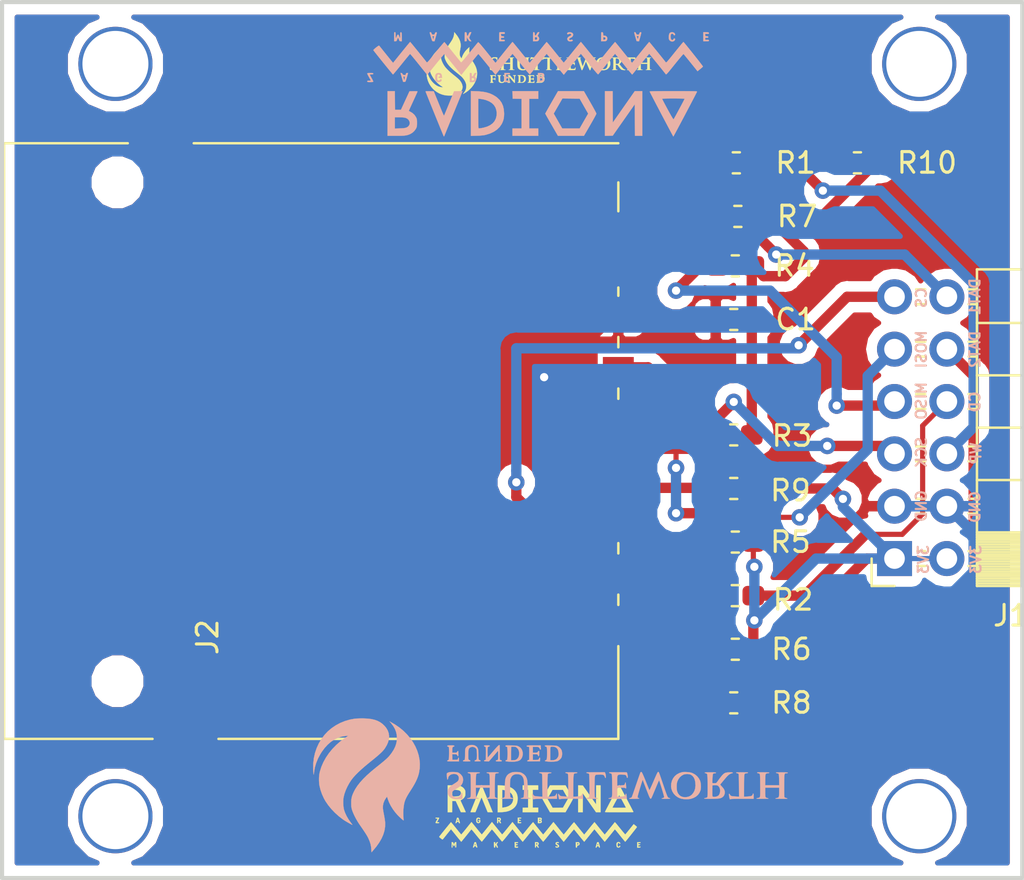
<source format=kicad_pcb>
(kicad_pcb (version 20171130) (host pcbnew 5.0.1+dfsg1-3~bpo9+1)
  (layers (0 F.Cu signal hide) (31 B.Cu signal hide) (34 B.Paste user) (35 F.Paste user) (36 B.SilkS user) (37 F.SilkS user) (38 B.Mask user) (39 F.Mask user) (44 Edge.Cuts user))
  (net 0 "")
  (net 1 3V3)
  (net 2 GND)
  (net 3 SCK)
  (net 4 "Net-(J1-Pad6)")
  (net 5 MISO)
  (net 6 "Net-(J1-Pad8)")
  (net 7 MOSI)
  (net 8 DAT2)
  (net 9 CD)
  (net 10 DAT1)
  (net 11 WP)
  (net 12 CS)
  (module Capacitor_SMD:C_0603_1608Metric_Pad1.05x0.95mm_HandSolder (layer F.Cu) (at 151 65.4 180)
    (fp_text reference C1 (at -3 0 180) (layer F.SilkS))
    (fp_text value 1uF)
    (pad 1 smd roundrect (at -0.875 0 180) (size 1.05 0.95) (layers F.Cu F.Paste F.Mask) (net 1 3V3))
    (pad 2 smd roundrect (at 0.875 0 180) (size 1.05 0.95) (layers F.Cu F.Paste F.Mask) (net 2 GND))
  )
  (module Connector_PinSocket_2.54mm:PinSocket_2x06_P2.54mm_Horizontal (layer F.Cu) (at 158.8 77 180)
    (fp_text reference J1 (at -5.65 -2.77 180) (layer F.SilkS))
    (fp_text value PMOD1)
    (pad 1 thru_hole rect (at 0 0 180) (size 1.7 1.7) (drill 1) (layers *.Cu *.Mask) (net 1 3V3))
    (pad 2 thru_hole oval (at -2.54 0 180) (size 1.7 1.7) (drill 1) (layers *.Cu *.Mask) (net 1 3V3))
    (pad 3 thru_hole oval (at 0 2.54 180) (size 1.7 1.7) (drill 1) (layers *.Cu *.Mask) (net 2 GND))
    (pad 4 thru_hole oval (at -2.54 2.54 180) (size 1.7 1.7) (drill 1) (layers *.Cu *.Mask) (net 2 GND))
    (pad 5 thru_hole oval (at 0 5.08 180) (size 1.7 1.7) (drill 1) (layers *.Cu *.Mask) (net 3 SCK))
    (pad 6 thru_hole oval (at -2.54 5.08 180) (size 1.7 1.7) (drill 1) (layers *.Cu *.Mask) (net 4 "Net-(J1-Pad6)"))
    (pad 7 thru_hole oval (at 0 7.62 180) (size 1.7 1.7) (drill 1) (layers *.Cu *.Mask) (net 5 MISO))
    (pad 8 thru_hole oval (at -2.54 7.62 180) (size 1.7 1.7) (drill 1) (layers *.Cu *.Mask) (net 6 "Net-(J1-Pad8)"))
    (pad 9 thru_hole oval (at 0 10.16 180) (size 1.7 1.7) (drill 1) (layers *.Cu *.Mask) (net 7 MOSI))
    (pad 10 thru_hole oval (at -2.54 10.16 180) (size 1.7 1.7) (drill 1) (layers *.Cu *.Mask) (net 8 DAT2))
    (pad 11 thru_hole oval (at 0 12.7 180) (size 1.7 1.7) (drill 1) (layers *.Cu *.Mask) (net 12 CS))
    (pad 12 thru_hole oval (at -2.54 12.7 180) (size 1.7 1.7) (drill 1) (layers *.Cu *.Mask) (net 10 DAT1))
  )
  (module Connectors:SD_Card_Receptacle (layer F.Cu) (at 133.25 71.25 270)
    (fp_text reference J2 (at 9.56 7.78 270) (layer F.SilkS))
    (fp_text value SD_Card)
    (pad 1 smd rect (at 6.47 -12.15 270) (size 1 1.5) (layers F.Cu F.Paste F.Mask) (net 12 CS))
    (pad 2 smd rect (at 3.97 -12.15 270) (size 1 1.5) (layers F.Cu F.Paste F.Mask) (net 7 MOSI))
    (pad 3 smd rect (at 0.67 -12.15 270) (size 1 1.5) (layers F.Cu F.Paste F.Mask) (net 2 GND))
    (pad 4 smd rect (at -1.03 -12.15 270) (size 1 1.5) (layers F.Cu F.Paste F.Mask) (net 1 3V3))
    (pad 5 smd rect (at -3.53 -12.15 270) (size 1 1.5) (layers F.Cu F.Paste F.Mask) (net 3 SCK))
    (pad 6 smd rect (at -6.03 -12.15 270) (size 1 1.5) (layers F.Cu F.Paste F.Mask) (net 2 GND))
    (pad 7 smd rect (at -8.45 -12.15 270) (size 1 1.5) (layers F.Cu F.Paste F.Mask) (net 5 MISO))
    (pad 8 smd rect (at -10.15 -12.15 270) (size 1 1.5) (layers F.Cu F.Paste F.Mask) (net 10 DAT1))
    (pad 9 smd rect (at 8.97 -12.15 270) (size 1 1.5) (layers F.Cu F.Paste F.Mask) (net 8 DAT2))
    (pad 10 smd rect (at 2.32 -12.15 270) (size 1 1.5) (layers F.Cu F.Paste F.Mask) (net 9 CD))
    (pad 11 smd rect (at -13.5 -12.15 270) (size 1 1.5) (layers F.Cu F.Paste F.Mask) (net 11 WP))
    (pad 12 smd rect (at 14 8.85 270) (size 1.2 2.2) (layers F.Cu F.Paste F.Mask) (net 2 GND))
    (pad 13 smd rect (at -14 10.05 270) (size 1.2 2.2) (layers F.Cu F.Paste F.Mask) (net 2 GND))
    (pad "" np_thru_hole circle (at 11.7 12.15 270) (size 1.5 1.5) (drill 1.5) (layers *.Cu *.Mask))
    (pad "" np_thru_hole circle (at -12.5 12.15 270) (size 1.5 1.5) (drill 1.5) (layers *.Cu *.Mask))
  )
  (module Resistor_SMD:R_0603_1608Metric_Pad1.05x0.95mm_HandSolder (layer F.Cu) (at 151.125 57.8)
    (fp_text reference R1 (at 2.875 0) (layer F.SilkS))
    (fp_text value 200R)
    (pad 1 smd roundrect (at -0.875 0) (size 1.05 0.95) (layers F.Cu F.Paste F.Mask) (net 11 WP))
    (pad 2 smd roundrect (at 0.875 0) (size 1.05 0.95) (layers F.Cu F.Paste F.Mask) (net 4 "Net-(J1-Pad6)"))
  )
  (module Resistor_SMD:R_0603_1608Metric_Pad1.05x0.95mm_HandSolder (layer F.Cu) (at 151.075 78.8 180)
    (fp_text reference R2 (at -2.8 -0.2 180) (layer F.SilkS))
    (fp_text value 200R)
    (pad 2 smd roundrect (at 0.875 0 180) (size 1.05 0.95) (layers F.Cu F.Paste F.Mask) (net 9 CD))
    (pad 1 smd roundrect (at -0.875 0 180) (size 1.05 0.95) (layers F.Cu F.Paste F.Mask) (net 6 "Net-(J1-Pad8)"))
  )
  (module Resistor_SMD:R_0603_1608Metric_Pad1.05x0.95mm_HandSolder (layer F.Cu) (at 151 71 180)
    (fp_text reference R3 (at -2.825 -0.05 180) (layer F.SilkS))
    (fp_text value 10K)
    (pad 1 smd roundrect (at -0.875 0 180) (size 1.05 0.95) (layers F.Cu F.Paste F.Mask) (net 1 3V3))
    (pad 2 smd roundrect (at 0.875 0 180) (size 1.05 0.95) (layers F.Cu F.Paste F.Mask) (net 3 SCK))
  )
  (module Resistor_SMD:R_0603_1608Metric_Pad1.05x0.95mm_HandSolder (layer F.Cu) (at 151.075 62.8 180)
    (fp_text reference R4 (at -2.875 0 180) (layer F.SilkS))
    (fp_text value 10K)
    (pad 2 smd roundrect (at 0.875 0 180) (size 1.05 0.95) (layers F.Cu F.Paste F.Mask) (net 5 MISO))
    (pad 1 smd roundrect (at -0.875 0 180) (size 1.05 0.95) (layers F.Cu F.Paste F.Mask) (net 1 3V3))
  )
  (module Resistor_SMD:R_0603_1608Metric_Pad1.05x0.95mm_HandSolder (layer F.Cu) (at 151.075 76.2 180)
    (fp_text reference R5 (at -2.675 0 180) (layer F.SilkS))
    (fp_text value 10K)
    (pad 1 smd roundrect (at -0.875 0 180) (size 1.05 0.95) (layers F.Cu F.Paste F.Mask) (net 1 3V3))
    (pad 2 smd roundrect (at 0.875 0 180) (size 1.05 0.95) (layers F.Cu F.Paste F.Mask) (net 7 MOSI))
  )
  (module Resistor_SMD:R_0603_1608Metric_Pad1.05x0.95mm_HandSolder (layer F.Cu) (at 151.075 81.4 180)
    (fp_text reference R6 (at -2.725 0 180) (layer F.SilkS))
    (fp_text value 10K)
    (pad 2 smd roundrect (at 0.875 0 180) (size 1.05 0.95) (layers F.Cu F.Paste F.Mask) (net 12 CS))
    (pad 1 smd roundrect (at -0.875 0 180) (size 1.05 0.95) (layers F.Cu F.Paste F.Mask) (net 1 3V3))
  )
  (module Resistor_SMD:R_0603_1608Metric_Pad1.05x0.95mm_HandSolder (layer F.Cu) (at 151.2 60.4 180)
    (fp_text reference R7 (at -2.875 0 180) (layer F.SilkS))
    (fp_text value 10K)
    (pad 1 smd roundrect (at -0.875 0 180) (size 1.05 0.95) (layers F.Cu F.Paste F.Mask) (net 1 3V3))
    (pad 2 smd roundrect (at 0.875 0 180) (size 1.05 0.95) (layers F.Cu F.Paste F.Mask) (net 10 DAT1))
  )
  (module Resistor_SMD:R_0603_1608Metric_Pad1.05x0.95mm_HandSolder (layer F.Cu) (at 151 84 180)
    (fp_text reference R8 (at -2.8 0 180) (layer F.SilkS))
    (fp_text value 10K)
    (pad 2 smd roundrect (at 0.875 0 180) (size 1.05 0.95) (layers F.Cu F.Paste F.Mask) (net 8 DAT2))
    (pad 1 smd roundrect (at -0.875 0 180) (size 1.05 0.95) (layers F.Cu F.Paste F.Mask) (net 1 3V3))
  )
  (module Resistor_SMD:R_0603_1608Metric_Pad1.05x0.95mm_HandSolder (layer F.Cu) (at 151 73.6 180)
    (fp_text reference R9 (at -2.75 -0.1 180) (layer F.SilkS))
    (fp_text value 10K)
    (pad 1 smd roundrect (at -0.875 0 180) (size 1.05 0.95) (layers F.Cu F.Paste F.Mask) (net 1 3V3))
    (pad 2 smd roundrect (at 0.875 0 180) (size 1.05 0.95) (layers F.Cu F.Paste F.Mask) (net 9 CD))
  )
  (module Resistor_SMD:R_0603_1608Metric_Pad1.05x0.95mm_HandSolder (layer F.Cu) (at 157 57.8 180)
    (fp_text reference R10 (at -3.375 0 180) (layer F.SilkS))
    (fp_text value 10K)
    (pad 2 smd roundrect (at 0.875 0 180) (size 1.05 0.95) (layers F.Cu F.Paste F.Mask) (net 11 WP))
    (pad 1 smd roundrect (at -0.875 0 180) (size 1.05 0.95) (layers F.Cu F.Paste F.Mask) (net 1 3V3))
  )
  (module parts:radiona-16mm (layer B.Cu) (at 141.5 54)
    (fp_text reference G*** hide)
    (fp_text value LOGO hide)
  )
  (module parts:shutleworth (layer B.Cu) (at 142 88)
    (fp_text reference G*** hide)
    (fp_text value LOGO hide)
  )
  (module parts:shutleworth-12mm (layer F.Cu) (at 141.5 53)
    (fp_text reference G*** hide)
    (fp_text value LOGO hide)
  )
  (module parts:radiona-12mm (layer F.Cu) (at 141.5 89.5)
    (fp_text reference G*** hide)
    (fp_text value LOGO hide)
  )
  (gr_line (start 115.5 92.5) (end 115.5 50) (layer Edge.Cuts) (width 0.2))
  (gr_line (start 116 92.5) (end 115.5 92.5) (layer Edge.Cuts) (width 0.2))
  (gr_line (start 165 92.5) (end 116 92.5) (layer Edge.Cuts) (width 0.2))
  (gr_line (start 165 50) (end 165 92.5) (layer Edge.Cuts) (width 0.2))
  (gr_line (start 115.5 50) (end 165 50) (layer Edge.Cuts) (width 0.2))
  (gr_text CS (at 160.1 64.35 90) (layer B.SilkS) (effects (font (size 0.5 0.5) (thickness 0.1)) (justify mirror)))
  (gr_text DAT1 (at 162.7 64.3 90) (layer B.SilkS) (effects (font (size 0.5 0.5) (thickness 0.1)) (justify mirror)))
  (gr_text DAT2 (at 162.7 66.85 90) (layer B.SilkS) (effects (font (size 0.5 0.5) (thickness 0.1)) (justify mirror)))
  (gr_text MOSI (at 160.1 66.85 90) (layer B.SilkS) (effects (font (size 0.5 0.5) (thickness 0.1)) (justify mirror)))
  (gr_text CD (at 162.7 69.4 90) (layer B.SilkS) (effects (font (size 0.5 0.5) (thickness 0.1)) (justify mirror)))
  (gr_text MISO (at 160.1 69.35 90) (layer B.SilkS) (effects (font (size 0.5 0.5) (thickness 0.1)) (justify mirror)))
  (gr_text WP (at 162.75 71.9 90) (layer B.SilkS) (effects (font (size 0.5 0.5) (thickness 0.1)) (justify mirror)))
  (gr_text 3V3 (at 162.75 77.05 90) (layer B.SilkS) (effects (font (size 0.5 0.5) (thickness 0.1)) (justify mirror)))
  (gr_text 3V3 (at 160.2 77.05 90) (layer B.SilkS) (effects (font (size 0.5 0.5) (thickness 0.1)) (justify mirror)))
  (gr_text GND (at 162.7 74.5 90) (layer B.SilkS) (effects (font (size 0.5 0.5) (thickness 0.1)) (justify mirror)))
  (gr_text GND (at 160.1 74.45 90) (layer B.SilkS) (effects (font (size 0.5 0.5) (thickness 0.1)) (justify mirror)))
  (gr_text SCK (at 160.1 71.85 90) (layer B.SilkS) (effects (font (size 0.5 0.5) (thickness 0.1)) (justify mirror)))
  (via (at 121 53) (size 3.6) (drill 3.2) (layers F.Cu B.Cu) (net 0))
  (via (at 121 89.5) (size 3.6) (drill 3.2) (layers F.Cu B.Cu) (net 0))
  (via (at 160 89.5) (size 3.6) (drill 3.2) (layers F.Cu B.Cu) (net 0))
  (via (at 160 53) (size 3.6) (drill 3.2) (layers F.Cu B.Cu) (net 0))
  (segment (start 151.95 81.4) (end 151.95 80.825) (width 0.25) (layer F.Cu) (net 1))
  (segment (start 151.95 77.35) (end 152 77.4) (width 0.25) (layer F.Cu) (net 1))
  (via (at 152 77.4) (size 0.8) (drill 0.4) (layers F.Cu B.Cu) (net 1))
  (segment (start 151.95 76.2) (end 151.95 77.35) (width 0.25) (layer F.Cu) (net 1))
  (via (at 152 80) (size 0.8) (drill 0.4) (layers F.Cu B.Cu) (net 1))
  (segment (start 159.9 77) (end 161.34 77) (width 0.25) (layer B.Cu) (net 1))
  (segment (start 158.8 77) (end 159.9 77) (width 0.25) (layer B.Cu) (net 1))
  (segment (start 151.375928 71.499072) (end 151.875 71) (width 0.25) (layer F.Cu) (net 1))
  (segment (start 151.07499 71.80001) (end 151.375928 71.499072) (width 0.25) (layer F.Cu) (net 1))
  (segment (start 145.65 70.22) (end 147.23001 71.80001) (width 0.25) (layer F.Cu) (net 1))
  (segment (start 145.4 70.22) (end 145.65 70.22) (width 0.25) (layer F.Cu) (net 1))
  (via (at 148.2 72.6) (size 0.8) (drill 0.4) (layers F.Cu B.Cu) (net 1))
  (segment (start 148.2 71.80001) (end 148.2 72.6) (width 0.25) (layer F.Cu) (net 1))
  (segment (start 147.23001 71.80001) (end 148.2 71.80001) (width 0.25) (layer F.Cu) (net 1))
  (segment (start 148.2 71.80001) (end 151.07499 71.80001) (width 0.25) (layer F.Cu) (net 1))
  (via (at 148.2 74.8) (size 0.8) (drill 0.4) (layers F.Cu B.Cu) (net 1))
  (via (at 156.29706 74.105036) (size 0.8) (drill 0.4) (layers F.Cu B.Cu) (net 1))
  (segment (start 156.29706 74.49706) (end 158.8 77) (width 0.5) (layer B.Cu) (net 1))
  (segment (start 156.29706 74.105036) (end 156.29706 74.49706) (width 0.5) (layer B.Cu) (net 1))
  (segment (start 155 77) (end 152 80) (width 0.5) (layer B.Cu) (net 1))
  (segment (start 158.8 77) (end 155 77) (width 0.5) (layer B.Cu) (net 1))
  (segment (start 152 77.4) (end 152 80) (width 0.5) (layer B.Cu) (net 1))
  (segment (start 148.2 72.6) (end 148.2 74.8) (width 0.5) (layer B.Cu) (net 1))
  (segment (start 151.95 83.925) (end 151.875 84) (width 0.5) (layer F.Cu) (net 1))
  (segment (start 151.95 81.4) (end 151.95 83.925) (width 0.5) (layer F.Cu) (net 1))
  (segment (start 151.95 80.05) (end 152 80) (width 0.5) (layer F.Cu) (net 1))
  (segment (start 151.95 81.4) (end 151.95 80.05) (width 0.5) (layer F.Cu) (net 1))
  (segment (start 153.05 81.4) (end 152.575 81.4) (width 0.5) (layer F.Cu) (net 1))
  (segment (start 157.45 77) (end 153.05 81.4) (width 0.5) (layer F.Cu) (net 1))
  (segment (start 152.575 81.4) (end 151.95 81.4) (width 0.5) (layer F.Cu) (net 1))
  (segment (start 158.8 77) (end 157.45 77) (width 0.5) (layer F.Cu) (net 1))
  (segment (start 155.792024 73.6) (end 156.29706 74.105036) (width 0.5) (layer F.Cu) (net 1))
  (segment (start 151.875 73.6) (end 155.792024 73.6) (width 0.5) (layer F.Cu) (net 1))
  (segment (start 150.675 74.8) (end 148.2 74.8) (width 0.5) (layer F.Cu) (net 1))
  (segment (start 151.875 73.6) (end 150.675 74.8) (width 0.5) (layer F.Cu) (net 1))
  (segment (start 151.875 71) (end 151.875 65.4) (width 0.5) (layer F.Cu) (net 1))
  (segment (start 151.875 62.875) (end 151.95 62.8) (width 0.5) (layer F.Cu) (net 1))
  (segment (start 151.875 65.4) (end 151.875 62.875) (width 0.5) (layer F.Cu) (net 1))
  (segment (start 152.7 60.4) (end 153.673004 60.4) (width 0.25) (layer F.Cu) (net 1))
  (segment (start 151.95 62.8) (end 152.449072 63.299072) (width 0.5) (layer F.Cu) (net 1))
  (segment (start 152.449072 63.299072) (end 153.500928 63.299072) (width 0.5) (layer F.Cu) (net 1))
  (segment (start 153.500928 63.299072) (end 154.4 62.4) (width 0.5) (layer F.Cu) (net 1))
  (segment (start 152.7 60.4) (end 152.075 60.4) (width 0.5) (layer F.Cu) (net 1))
  (segment (start 154.4 62.4) (end 154.4 62.1) (width 0.5) (layer F.Cu) (net 1))
  (segment (start 154.4 62.1) (end 152.7 60.4) (width 0.5) (layer F.Cu) (net 1))
  (segment (start 152.075 60.4) (end 155.275 60.4) (width 0.5) (layer F.Cu) (net 1))
  (segment (start 155.275 60.4) (end 157.875 57.8) (width 0.5) (layer F.Cu) (net 1))
  (segment (start 149.945 65.22) (end 150.125 65.4) (width 0.5) (layer F.Cu) (net 2))
  (segment (start 145.4 65.22) (end 149.945 65.22) (width 0.5) (layer F.Cu) (net 2))
  (segment (start 145.15 65.22) (end 145.4 65.22) (width 0.5) (layer F.Cu) (net 2))
  (segment (start 144.15 66.22) (end 145.15 65.22) (width 0.5) (layer F.Cu) (net 2))
  (segment (start 145.15 71.92) (end 144.15 70.92) (width 0.5) (layer F.Cu) (net 2))
  (segment (start 145.4 71.92) (end 145.15 71.92) (width 0.5) (layer F.Cu) (net 2))
  (segment (start 123.2 58.35) (end 123.2 57.25) (width 0.5) (layer F.Cu) (net 2))
  (segment (start 130.07 65.22) (end 123.2 58.35) (width 0.5) (layer F.Cu) (net 2))
  (segment (start 145.4 65.22) (end 130.07 65.22) (width 0.5) (layer F.Cu) (net 2))
  (segment (start 124.4 84.15) (end 124.4 85.25) (width 0.5) (layer F.Cu) (net 2))
  (segment (start 136.63 71.92) (end 124.4 84.15) (width 0.5) (layer F.Cu) (net 2))
  (segment (start 145.4 71.92) (end 136.63 71.92) (width 0.5) (layer F.Cu) (net 2))
  (via (at 141.8 68.2) (size 0.8) (drill 0.4) (layers F.Cu B.Cu) (net 2))
  (segment (start 144.15 70.92) (end 144.15 68.2) (width 0.5) (layer F.Cu) (net 2))
  (segment (start 144.15 68.2) (end 144.15 66.22) (width 0.5) (layer F.Cu) (net 2))
  (segment (start 158.8 74.46) (end 161.34 74.46) (width 0.5) (layer B.Cu) (net 2))
  (segment (start 162.640001 77.624001) (end 155.064002 85.2) (width 0.5) (layer B.Cu) (net 2))
  (segment (start 162.640001 75.760001) (end 162.640001 77.624001) (width 0.5) (layer B.Cu) (net 2))
  (segment (start 144 85.2) (end 141.8 83) (width 0.5) (layer B.Cu) (net 2))
  (segment (start 161.34 74.46) (end 162.640001 75.760001) (width 0.5) (layer B.Cu) (net 2))
  (segment (start 155.064002 85.2) (end 144 85.2) (width 0.5) (layer B.Cu) (net 2))
  (segment (start 141.8 83) (end 141.8 68.2) (width 0.5) (layer B.Cu) (net 2))
  (segment (start 141.8 68.2) (end 144.15 68.2) (width 0.5) (layer F.Cu) (net 2))
  (segment (start 146.845 67.72) (end 150.125 71) (width 0.5) (layer F.Cu) (net 3))
  (segment (start 145.4 67.72) (end 146.845 67.72) (width 0.5) (layer F.Cu) (net 3))
  (via (at 151 69.4) (size 0.8) (drill 0.4) (layers F.Cu B.Cu) (net 3))
  (via (at 155.535454 71.535454) (size 0.8) (drill 0.4) (layers F.Cu B.Cu) (net 3))
  (segment (start 153.135454 71.535454) (end 151 69.4) (width 0.5) (layer B.Cu) (net 3))
  (segment (start 155.535454 71.535454) (end 153.135454 71.535454) (width 0.5) (layer B.Cu) (net 3))
  (segment (start 150.125 70.275) (end 151 69.4) (width 0.5) (layer F.Cu) (net 3))
  (segment (start 150.125 71) (end 150.125 70.275) (width 0.5) (layer F.Cu) (net 3))
  (segment (start 158.415454 71.535454) (end 158.8 71.92) (width 0.5) (layer F.Cu) (net 3))
  (segment (start 155.535454 71.535454) (end 158.415454 71.535454) (width 0.5) (layer F.Cu) (net 3))
  (segment (start 162.640001 63.675999) (end 158.112944 59.148942) (width 0.5) (layer B.Cu) (net 4))
  (segment (start 158.112944 59.148942) (end 155.889647 59.148942) (width 0.5) (layer B.Cu) (net 4))
  (segment (start 155.889647 59.148942) (end 155.323962 59.148942) (width 0.5) (layer B.Cu) (net 4))
  (segment (start 161.34 71.92) (end 162.640001 70.619999) (width 0.5) (layer B.Cu) (net 4))
  (via (at 155.323962 59.148942) (size 0.8) (drill 0.4) (layers F.Cu B.Cu) (net 4))
  (segment (start 162.640001 70.619999) (end 162.640001 63.675999) (width 0.5) (layer B.Cu) (net 4))
  (segment (start 155.323962 59.148942) (end 154 57.82498) (width 0.5) (layer F.Cu) (net 4))
  (segment (start 153.97502 57.8) (end 154 57.82498) (width 0.5) (layer F.Cu) (net 4))
  (segment (start 152 57.8) (end 153.97502 57.8) (width 0.5) (layer F.Cu) (net 4))
  (segment (start 145.4 62.8) (end 150.2 62.8) (width 0.5) (layer F.Cu) (net 5))
  (via (at 148.2 64) (size 0.8) (drill 0.4) (layers F.Cu B.Cu) (net 5))
  (via (at 155.994179 69.580205) (size 0.8) (drill 0.4) (layers F.Cu B.Cu) (net 5))
  (segment (start 149.4 62.8) (end 148.2 64) (width 0.5) (layer F.Cu) (net 5))
  (segment (start 150.2 62.8) (end 149.4 62.8) (width 0.5) (layer F.Cu) (net 5))
  (segment (start 158.599795 69.580205) (end 158.8 69.38) (width 0.5) (layer F.Cu) (net 5))
  (segment (start 155.994179 69.580205) (end 158.599795 69.580205) (width 0.5) (layer F.Cu) (net 5))
  (segment (start 155.994179 69.01452) (end 155.994179 69.580205) (width 0.5) (layer B.Cu) (net 5))
  (segment (start 152.758004 64) (end 155.994179 67.236175) (width 0.5) (layer B.Cu) (net 5))
  (segment (start 155.994179 67.236175) (end 155.994179 69.01452) (width 0.5) (layer B.Cu) (net 5))
  (segment (start 148.2 64) (end 152.758004 64) (width 0.5) (layer B.Cu) (net 5))
  (segment (start 160.490001 70.229999) (end 161.34 69.38) (width 0.25) (layer F.Cu) (net 6))
  (segment (start 160.164999 70.555001) (end 160.490001 70.229999) (width 0.25) (layer F.Cu) (net 6))
  (segment (start 160.164999 74.834003) (end 160.164999 70.555001) (width 0.25) (layer F.Cu) (net 6))
  (segment (start 159.174003 75.824999) (end 160.164999 74.834003) (width 0.25) (layer F.Cu) (net 6))
  (segment (start 151.95 78.8) (end 154.424999 78.8) (width 0.5) (layer F.Cu) (net 6))
  (segment (start 157.4 75.824999) (end 159.174003 75.824999) (width 0.25) (layer F.Cu) (net 6))
  (segment (start 154.424999 78.8) (end 157.4 75.824999) (width 0.5) (layer F.Cu) (net 6))
  (via (at 154.2 75) (size 0.8) (drill 0.4) (layers F.Cu B.Cu) (net 7))
  (segment (start 157.499999 71.700001) (end 154.599999 74.600001) (width 0.5) (layer B.Cu) (net 7))
  (segment (start 157.499999 68.140001) (end 157.499999 71.700001) (width 0.5) (layer B.Cu) (net 7))
  (segment (start 158.8 66.84) (end 157.499999 68.140001) (width 0.5) (layer B.Cu) (net 7))
  (segment (start 154.599999 74.600001) (end 154.2 75) (width 0.5) (layer B.Cu) (net 7))
  (segment (start 150.2 76.2) (end 151.4 75) (width 0.25) (layer F.Cu) (net 7))
  (segment (start 151.4 75) (end 154.2 75) (width 0.25) (layer F.Cu) (net 7))
  (segment (start 149.575 76.2) (end 150.2 76.2) (width 0.5) (layer F.Cu) (net 7))
  (segment (start 146.984964 75.22) (end 147.964964 76.2) (width 0.5) (layer F.Cu) (net 7))
  (segment (start 147.964964 76.2) (end 149.575 76.2) (width 0.5) (layer F.Cu) (net 7))
  (segment (start 145.4 75.22) (end 146.984964 75.22) (width 0.5) (layer F.Cu) (net 7))
  (segment (start 162.640001 79.959999) (end 157.8 84.8) (width 0.5) (layer F.Cu) (net 8))
  (segment (start 162.640001 68.140001) (end 162.640001 79.959999) (width 0.5) (layer F.Cu) (net 8))
  (segment (start 161.34 66.84) (end 162.640001 68.140001) (width 0.5) (layer F.Cu) (net 8))
  (segment (start 157.79999 84.80001) (end 157.8 84.8) (width 0.25) (layer F.Cu) (net 8))
  (segment (start 151.05001 84.92501) (end 150.624072 84.499072) (width 0.5) (layer F.Cu) (net 8))
  (segment (start 157.67499 84.92501) (end 151.05001 84.92501) (width 0.5) (layer F.Cu) (net 8))
  (segment (start 150.624072 84.499072) (end 150.125 84) (width 0.5) (layer F.Cu) (net 8))
  (segment (start 157.79999 84.80001) (end 157.67499 84.92501) (width 0.5) (layer F.Cu) (net 8))
  (segment (start 145.4 81.22) (end 145.4 80.22) (width 0.5) (layer F.Cu) (net 8))
  (segment (start 148.18 84) (end 145.4 81.22) (width 0.5) (layer F.Cu) (net 8))
  (segment (start 150.125 84) (end 148.18 84) (width 0.5) (layer F.Cu) (net 8))
  (segment (start 150.095 73.57) (end 150.125 73.6) (width 0.5) (layer F.Cu) (net 9))
  (segment (start 145.4 73.57) (end 150.095 73.57) (width 0.5) (layer F.Cu) (net 9))
  (segment (start 145.15 73.57) (end 145.12 73.6) (width 0.5) (layer F.Cu) (net 9))
  (segment (start 144.289999 76.170001) (end 143.65 75.530002) (width 0.5) (layer F.Cu) (net 9))
  (segment (start 146.945001 76.170001) (end 144.289999 76.170001) (width 0.5) (layer F.Cu) (net 9))
  (segment (start 149.575 78.8) (end 146.945001 76.170001) (width 0.5) (layer F.Cu) (net 9))
  (segment (start 150.2 78.8) (end 149.575 78.8) (width 0.5) (layer F.Cu) (net 9))
  (segment (start 143.65 75.07) (end 145.15 73.57) (width 0.5) (layer F.Cu) (net 9))
  (segment (start 145.15 73.57) (end 145.4 73.57) (width 0.5) (layer F.Cu) (net 9))
  (segment (start 143.65 75.530002) (end 143.65 75.07) (width 0.5) (layer F.Cu) (net 9))
  (segment (start 149.625 61.1) (end 150.325 60.4) (width 0.5) (layer F.Cu) (net 10))
  (segment (start 145.4 61.1) (end 149.625 61.1) (width 0.5) (layer F.Cu) (net 10))
  (segment (start 161.34 64.3) (end 159.289866 62.249866) (width 0.5) (layer B.Cu) (net 10))
  (segment (start 153.625024 62.249866) (end 153.059339 62.249866) (width 0.5) (layer B.Cu) (net 10))
  (via (at 153.059339 62.249866) (size 0.8) (drill 0.4) (layers F.Cu B.Cu) (net 10))
  (segment (start 159.289866 62.249866) (end 153.625024 62.249866) (width 0.5) (layer B.Cu) (net 10))
  (segment (start 151.25001 61.32501) (end 152.134483 61.32501) (width 0.5) (layer F.Cu) (net 10))
  (segment (start 150.325 60.4) (end 151.25001 61.32501) (width 0.5) (layer F.Cu) (net 10))
  (segment (start 152.134483 61.32501) (end 152.65934 61.849867) (width 0.5) (layer F.Cu) (net 10))
  (segment (start 152.65934 61.849867) (end 153.059339 62.249866) (width 0.5) (layer F.Cu) (net 10))
  (segment (start 150.2 57.75) (end 150.25 57.8) (width 0.5) (layer F.Cu) (net 11))
  (segment (start 145.4 57.75) (end 150.2 57.75) (width 0.5) (layer F.Cu) (net 11))
  (segment (start 150.25 57.8) (end 150.25 57.225) (width 0.5) (layer F.Cu) (net 11))
  (segment (start 150.25 57.225) (end 150.60001 56.87499) (width 0.5) (layer F.Cu) (net 11))
  (segment (start 155.625928 57.300928) (end 156.125 57.8) (width 0.5) (layer F.Cu) (net 11))
  (segment (start 150.60001 56.87499) (end 155.19999 56.87499) (width 0.5) (layer F.Cu) (net 11))
  (segment (start 155.19999 56.87499) (end 155.625928 57.300928) (width 0.5) (layer F.Cu) (net 11))
  (segment (start 146.52 77.72) (end 145.4 77.72) (width 0.5) (layer F.Cu) (net 12))
  (segment (start 150.2 81.4) (end 146.52 77.72) (width 0.5) (layer F.Cu) (net 12))
  (segment (start 140.45 74.02) (end 140.45 73.3) (width 0.5) (layer F.Cu) (net 12))
  (segment (start 144.15 77.72) (end 140.45 74.02) (width 0.5) (layer F.Cu) (net 12))
  (via (at 140.45 73.3) (size 0.8) (drill 0.4) (layers F.Cu B.Cu) (net 12))
  (segment (start 145.4 77.72) (end 144.15 77.72) (width 0.5) (layer F.Cu) (net 12))
  (segment (start 140.45 73.3) (end 140.45 72.734315) (width 0.5) (layer B.Cu) (net 12))
  (segment (start 140.45 72.734315) (end 140.45 66.8) (width 0.5) (layer B.Cu) (net 12))
  (segment (start 154 66.8) (end 154.15 66.65) (width 0.5) (layer B.Cu) (net 12))
  (segment (start 140.45 66.8) (end 154 66.8) (width 0.5) (layer B.Cu) (net 12))
  (via (at 154.15 66.65) (size 0.8) (drill 0.4) (layers F.Cu B.Cu) (net 12))
  (segment (start 156.5 64.3) (end 158.8 64.3) (width 0.5) (layer F.Cu) (net 12))
  (segment (start 154.15 66.65) (end 156.5 64.3) (width 0.5) (layer F.Cu) (net 12))
  (zone (net 2) (net_name GND) (layer F.Cu) (connect_pads (clearance 0.508)) (min_thickness 0.254) (fill yes (arc_segments 16) (thermal_gap 0.508) (thermal_bridge_width 0.508))
    (polygon (pts (xy 115.5 50) (xy 165 50) (xy 165 92.5) (xy 115.5 92.5)))
  )
  (zone (net 2) (net_name GND) (layer B.Cu) (connect_pads (clearance 0.508)) (min_thickness 0.254) (fill yes (arc_segments 16) (thermal_gap 0.508) (thermal_bridge_width 0.508))
    (polygon (pts (xy 115.5 50) (xy 165 50) (xy 165 92.5) (xy 115.5 92.5)))
  )
)
</source>
